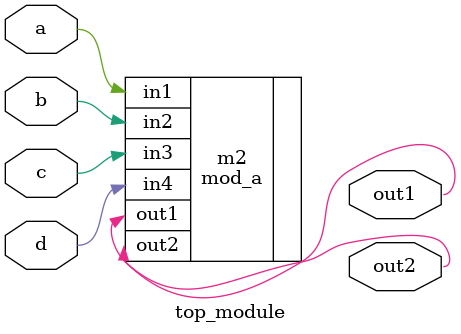
<source format=v>
module top_module ( 
    input a, 
    input b, 
    input c,
    input d,
    output out1,
    output out2
);
    mod_a m2(.out1(out1),.out2(out2),.in1(a),.in2(b),.in3(c),.in4(d));
endmodule

</source>
